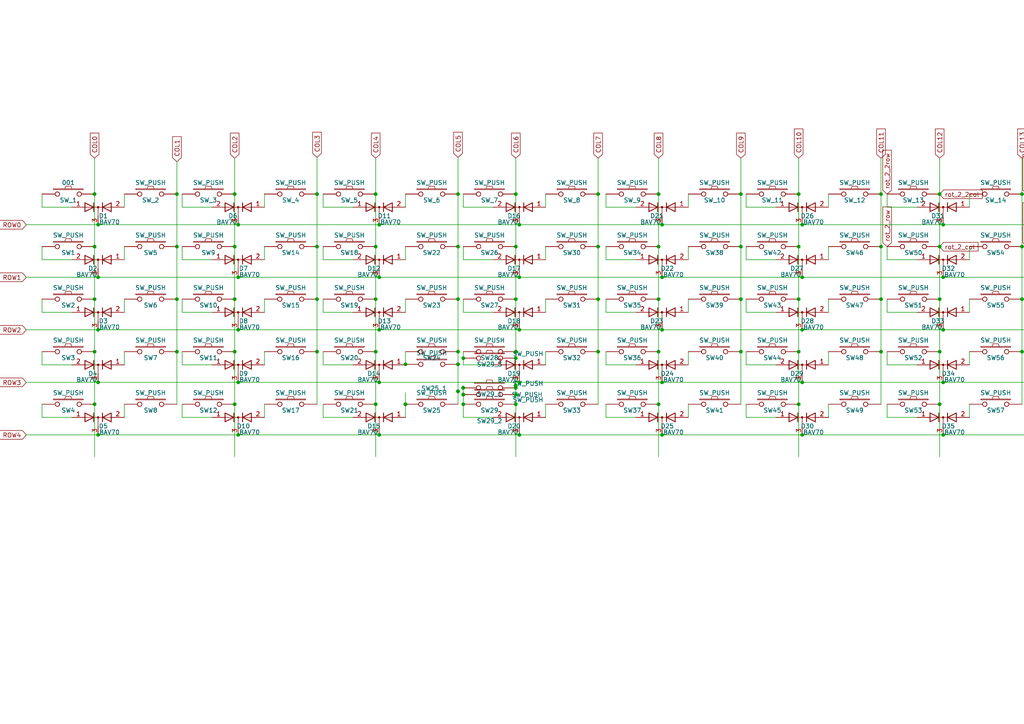
<source format=kicad_sch>
(kicad_sch (version 20211123) (generator eeschema)
  (paper "A4")
  (junction (at 232.664 126.1364))
  (junction (at 192.024 65.1764))
  (junction (at 109.982 126.1364))
  (junction (at 232.664 110.8964))
  (junction (at 109.982 80.4164))
  (junction (at 117.602 105.664))
  (junction (at 28.448 80.4164))
  (junction (at 28.448 126.1364))
  (junction (at 149.606 71.5264))
  (junction (at 191.008 86.7664))
  (junction (at 91.948 71.5264))
  (junction (at 108.966 56.2864))
  (junction (at 134.3914 114.4524))
  (junction (at 255.524 71.5264))
  (junction (at 27.432 86.7664))
  (junction (at 109.982 95.6564))
  (junction (at 192.024 110.8964))
  (junction (at 28.448 110.8964))
  (junction (at 273.558 65.1764))
  (junction (at 108.966 117.2464))
  (junction (at 149.606 114.4524))
  (junction (at 191.008 56.2864))
  (junction (at 272.542 117.2464))
  (junction (at 69.088 110.8964))
  (junction (at 173.482 71.5264))
  (junction (at 28.448 65.1764))
  (junction (at 27.432 56.2864))
  (junction (at 214.884 102.0064))
  (junction (at 108.966 102.0064))
  (junction (at 108.966 86.7664))
  (junction (at 173.482 102.0064))
  (junction (at 69.088 80.4164))
  (junction (at 296.418 56.2864))
  (junction (at 68.072 86.7664))
  (junction (at 231.648 117.2464))
  (junction (at 149.606 111.8108))
  (junction (at 134.366 114.4524))
  (junction (at 51.308 86.7664))
  (junction (at 27.432 71.5264))
  (junction (at 134.3152 112.4966))
  (junction (at 214.884 56.2864))
  (junction (at 255.524 102.0064))
  (junction (at 149.606 102.0064))
  (junction (at 313.182 56.2864))
  (junction (at 150.622 80.4164))
  (junction (at 149.5552 111.8108))
  (junction (at 132.842 86.7664))
  (junction (at 132.842 102.0064))
  (junction (at 173.482 86.7664))
  (junction (at 150.622 95.6564))
  (junction (at 296.418 102.0064))
  (junction (at 273.558 95.6564))
  (junction (at 231.648 71.5264))
  (junction (at 91.948 102.0064))
  (junction (at 108.966 71.5264))
  (junction (at 273.558 126.1364))
  (junction (at 134.3406 114.4524))
  (junction (at 231.648 56.2864))
  (junction (at 191.008 102.0064))
  (junction (at 68.072 71.5264))
  (junction (at 273.558 110.8964))
  (junction (at 132.842 71.5264))
  (junction (at 149.606 117.2464))
  (junction (at 255.524 56.2864))
  (junction (at 132.842 56.2864))
  (junction (at 191.008 117.2464))
  (junction (at 134.366 117.2464))
  (junction (at 214.884 71.5264))
  (junction (at 69.088 65.1764))
  (junction (at 132.842 105.664))
  (junction (at 149.606 56.2864))
  (junction (at 231.648 86.7664))
  (junction (at 273.558 80.4164))
  (junction (at 51.308 71.5264))
  (junction (at 231.648 102.0064))
  (junction (at 149.5806 112.4966))
  (junction (at 69.088 126.1364))
  (junction (at 150.622 110.8964))
  (junction (at 149.606 86.7664))
  (junction (at 149.606 112.4966))
  (junction (at 68.072 56.2864))
  (junction (at 132.8166 113.4872))
  (junction (at 69.088 95.6564))
  (junction (at 51.308 102.0064))
  (junction (at 91.948 56.2864))
  (junction (at 117.5766 117.2464))
  (junction (at 149.606 103.886))
  (junction (at 68.072 117.2464))
  (junction (at 109.982 110.8964))
  (junction (at 91.948 86.7664))
  (junction (at 51.308 56.2864))
  (junction (at 150.622 65.1764))
  (junction (at 214.884 86.7664))
  (junction (at 313.182 71.5264))
  (junction (at 134.3406 112.4966))
  (junction (at 272.542 86.7664))
  (junction (at 272.542 56.2864))
  (junction (at 173.482 56.2864))
  (junction (at 192.024 80.4164))
  (junction (at 109.982 65.1764))
  (junction (at 192.024 95.6564))
  (junction (at 191.008 71.5264))
  (junction (at 134.366 103.886))
  (junction (at 68.072 102.0064))
  (junction (at 27.432 117.2464))
  (junction (at 27.432 102.0064))
  (junction (at 232.664 65.1764))
  (junction (at 117.602 117.2464))
  (junction (at 272.542 102.0064))
  (junction (at 150.622 126.1364))
  (junction (at 272.542 71.5264))
  (junction (at 232.664 95.6564))
  (junction (at 296.418 86.7664))
  (junction (at 132.842 113.4872))
  (junction (at 255.524 86.7664))
  (junction (at 313.182 86.7664))
  (junction (at 313.182 102.0064))
  (junction (at 192.024 126.1364))
  (junction (at 232.664 80.4164))
  (junction (at 28.448 95.6564))
  (junction (at 296.418 71.5264))
  (junction (at 313.182 117.2464))
  (wire (pts (xy 297.942 102.0064) (xy 297.942 105.8164)))
  (wire (pts (xy 117.5766 113.9444) (xy 117.5766 117.2464)))
  (wire (pts (xy 297.942 56.2864) (xy 297.942 60.0964)))
  (wire (pts (xy 93.726 102.0064) (xy 93.726 105.8164)))
  (wire (pts (xy 93.726 71.5264) (xy 93.726 75.3364)))
  (wire (pts (xy 216.408 75.3364) (xy 225.044 75.3364)))
  (wire (pts (xy 149.5552 111.8108) (xy 149.606 111.8108)))
  (wire (pts (xy 149.5806 112.4966) (xy 149.606 112.4966)))
  (wire (pts (xy 117.602 71.5264) (xy 117.602 75.3364)))
  (wire (pts (xy 216.408 90.5764) (xy 225.044 90.5764)))
  (wire (pts (xy 273.558 126.1364) (xy 314.198 126.1364)))
  (wire (pts (xy 216.408 56.2864) (xy 216.408 60.0964)))
  (wire (pts (xy 150.622 110.8964) (xy 192.024 110.8964)))
  (wire (pts (xy 68.072 45.8724) (xy 68.072 56.2864)))
  (wire (pts (xy 175.768 105.8164) (xy 184.404 105.8164)))
  (wire (pts (xy 27.432 117.2464) (xy 27.432 132.4864)))
  (wire (pts (xy 52.832 86.7664) (xy 52.832 90.5764)))
  (wire (pts (xy 199.644 86.7664) (xy 199.644 90.5764)))
  (wire (pts (xy 191.008 102.0064) (xy 191.008 117.2464)))
  (wire (pts (xy 231.648 56.2864) (xy 231.648 71.5264)))
  (wire (pts (xy 255.524 56.2864) (xy 255.524 71.5264)))
  (wire (pts (xy 117.5766 117.2464) (xy 117.602 117.2464)))
  (wire (pts (xy 28.448 110.8964) (xy 69.088 110.8964)))
  (wire (pts (xy 150.622 126.1364) (xy 192.024 126.1364)))
  (wire (pts (xy 28.448 126.1364) (xy 69.088 126.1364)))
  (wire (pts (xy 132.842 102.0064) (xy 132.842 105.664)))
  (wire (pts (xy 296.418 102.0064) (xy 296.418 117.2464)))
  (wire (pts (xy 216.408 105.8164) (xy 225.044 105.8164)))
  (wire (pts (xy 52.832 102.0064) (xy 52.832 105.8164)))
  (wire (pts (xy 52.832 56.2864) (xy 52.832 60.0964)))
  (wire (pts (xy 281.178 86.7664) (xy 281.178 90.5764)))
  (wire (pts (xy 134.366 102.0064) (xy 134.366 103.886)))
  (wire (pts (xy 214.884 71.5264) (xy 214.884 86.7664)))
  (wire (pts (xy 158.242 71.5264) (xy 158.242 75.3364)))
  (wire (pts (xy 69.088 110.8964) (xy 109.982 110.8964)))
  (wire (pts (xy 257.302 102.0064) (xy 257.302 105.8164)))
  (wire (pts (xy 232.664 65.1764) (xy 273.558 65.1764)))
  (wire (pts (xy 27.432 45.8724) (xy 27.432 56.2864)))
  (wire (pts (xy 27.432 56.2864) (xy 27.432 71.5264)))
  (wire (pts (xy 199.644 102.0064) (xy 199.644 105.8164)))
  (wire (pts (xy 313.182 71.5264) (xy 313.182 86.7664)))
  (wire (pts (xy 134.366 105.8164) (xy 143.002 105.8164)))
  (wire (pts (xy 108.966 45.8724) (xy 108.966 56.2864)))
  (wire (pts (xy 51.308 56.2864) (xy 51.308 71.5264)))
  (wire (pts (xy 93.726 90.5764) (xy 102.362 90.5764)))
  (wire (pts (xy 257.302 86.7664) (xy 257.302 90.5764)))
  (wire (pts (xy 52.832 71.5264) (xy 52.832 75.3364)))
  (wire (pts (xy 149.606 56.2864) (xy 149.606 71.5264)))
  (wire (pts (xy 214.884 86.7664) (xy 214.884 102.0064)))
  (wire (pts (xy 191.008 45.8724) (xy 191.008 56.2864)))
  (wire (pts (xy 216.408 71.5264) (xy 216.408 75.3364)))
  (wire (pts (xy 76.708 117.2464) (xy 76.708 121.0564)))
  (wire (pts (xy 51.308 71.5264) (xy 51.308 86.7664)))
  (wire (pts (xy 108.966 56.2864) (xy 108.966 71.5264)))
  (wire (pts (xy 132.842 45.6184) (xy 132.842 56.2864)))
  (wire (pts (xy 132.842 86.7664) (xy 132.842 102.0064)))
  (wire (pts (xy 192.024 110.8964) (xy 232.664 110.8964)))
  (wire (pts (xy 255.524 71.5264) (xy 255.524 86.7664)))
  (wire (pts (xy 28.448 95.6564) (xy 69.088 95.6564)))
  (wire (pts (xy 199.644 117.2464) (xy 199.644 121.0564)))
  (wire (pts (xy 134.366 114.4524) (xy 134.366 117.2464)))
  (wire (pts (xy 199.644 71.5264) (xy 199.644 75.3364)))
  (wire (pts (xy 175.768 71.5264) (xy 175.768 75.3364)))
  (wire (pts (xy 36.068 56.2864) (xy 36.068 60.0964)))
  (wire (pts (xy 273.558 95.6564) (xy 314.198 95.6564)))
  (wire (pts (xy 192.024 126.1364) (xy 232.664 126.1364)))
  (wire (pts (xy 175.768 90.5764) (xy 184.404 90.5764)))
  (wire (pts (xy 36.068 86.7664) (xy 36.068 90.5764)))
  (wire (pts (xy 91.948 102.0064) (xy 91.948 117.2464)))
  (wire (pts (xy 108.966 117.2464) (xy 108.966 132.4864)))
  (wire (pts (xy 257.302 117.2464) (xy 257.302 121.0564)))
  (wire (pts (xy 313.182 117.2464) (xy 313.182 132.4864)))
  (wire (pts (xy 191.008 71.5264) (xy 191.008 86.7664)))
  (wire (pts (xy 117.602 56.2864) (xy 117.602 60.0964)))
  (wire (pts (xy 27.432 71.5264) (xy 27.432 86.7664)))
  (wire (pts (xy 273.558 110.8964) (xy 314.198 110.8964)))
  (wire (pts (xy 297.942 105.8164) (xy 306.578 105.8164)))
  (wire (pts (xy 257.302 90.5764) (xy 265.938 90.5764)))
  (wire (pts (xy 91.948 86.7664) (xy 91.948 102.0064)))
  (wire (pts (xy 149.606 86.7664) (xy 149.606 102.0064)))
  (wire (pts (xy 132.842 113.4872) (xy 132.842 117.2464)))
  (wire (pts (xy 297.942 86.7664) (xy 297.942 90.5764)))
  (wire (pts (xy 132.8166 113.4872) (xy 132.842 113.4872)))
  (wire (pts (xy 68.072 117.2464) (xy 68.072 132.4864)))
  (wire (pts (xy 175.768 75.3364) (xy 184.404 75.3364)))
  (wire (pts (xy 134.3406 114.4524) (xy 134.366 114.4524)))
  (wire (pts (xy 149.606 71.5264) (xy 149.606 86.7664)))
  (wire (pts (xy 149.606 117.2464) (xy 149.606 132.4864)))
  (wire (pts (xy 69.088 126.1364) (xy 109.982 126.1364)))
  (wire (pts (xy 132.842 105.664) (xy 132.842 113.4872)))
  (wire (pts (xy 281.178 56.2864) (xy 281.178 60.0964)))
  (wire (pts (xy 216.408 121.0564) (xy 225.044 121.0564)))
  (wire (pts (xy 281.178 117.2464) (xy 281.178 121.0564)))
  (wire (pts (xy 132.842 71.5264) (xy 132.842 86.7664)))
  (wire (pts (xy 173.482 71.5264) (xy 173.482 86.7664)))
  (wire (pts (xy 272.542 56.2864) (xy 272.542 71.5264)))
  (wire (pts (xy 231.648 86.7664) (xy 231.648 102.0064)))
  (wire (pts (xy 175.768 121.0564) (xy 184.404 121.0564)))
  (wire (pts (xy 313.182 56.2864) (xy 313.182 71.5264)))
  (wire (pts (xy 232.664 110.8964) (xy 273.558 110.8964)))
  (wire (pts (xy 175.768 102.0064) (xy 175.768 105.8164)))
  (wire (pts (xy 231.648 117.2464) (xy 231.648 132.4864)))
  (wire (pts (xy 108.966 86.7664) (xy 108.966 102.0064)))
  (wire (pts (xy 272.542 86.7664) (xy 272.542 102.0064)))
  (wire (pts (xy 150.622 65.1764) (xy 192.024 65.1764)))
  (wire (pts (xy 313.182 45.8724) (xy 313.182 56.2864)))
  (wire (pts (xy 93.726 56.2864) (xy 93.726 60.0964)))
  (wire (pts (xy 240.284 117.2464) (xy 240.284 121.0564)))
  (wire (pts (xy 216.408 60.0964) (xy 225.044 60.0964)))
  (wire (pts (xy 297.942 121.0564) (xy 306.578 121.0564)))
  (wire (pts (xy 76.708 86.7664) (xy 76.708 90.5764)))
  (wire (pts (xy 12.192 86.7664) (xy 12.192 90.5764)))
  (wire (pts (xy 68.072 102.0064) (xy 68.072 117.2464)))
  (wire (pts (xy 232.664 80.4164) (xy 273.558 80.4164)))
  (wire (pts (xy 108.966 102.0064) (xy 108.966 117.2464)))
  (wire (pts (xy 134.3152 112.4966) (xy 134.3406 112.4966)))
  (wire (pts (xy 109.982 95.6564) (xy 150.622 95.6564)))
  (wire (pts (xy 68.072 56.2864) (xy 68.072 71.5264)))
  (wire (pts (xy 52.832 121.0564) (xy 61.468 121.0564)))
  (wire (pts (xy 191.008 117.2464) (xy 191.008 132.4864)))
  (wire (pts (xy 52.832 105.8164) (xy 61.468 105.8164)))
  (wire (pts (xy 192.024 95.6564) (xy 232.664 95.6564)))
  (wire (pts (xy 257.302 105.8164) (xy 265.938 105.8164)))
  (wire (pts (xy 69.088 80.4164) (xy 109.982 80.4164)))
  (wire (pts (xy 134.3406 112.4966) (xy 134.3406 114.4524)))
  (wire (pts (xy 150.622 80.4164) (xy 192.024 80.4164)))
  (wire (pts (xy 175.768 56.2864) (xy 175.768 60.0964)))
  (wire (pts (xy 7.62 65.1764) (xy 28.448 65.1764)))
  (wire (pts (xy 313.182 102.0064) (xy 313.182 117.2464)))
  (wire (pts (xy 296.418 56.2864) (xy 296.418 71.5264)))
  (wire (pts (xy 216.408 86.7664) (xy 216.408 90.5764)))
  (wire (pts (xy 232.664 95.6564) (xy 273.558 95.6564)))
  (wire (pts (xy 93.726 75.3364) (xy 102.362 75.3364)))
  (wire (pts (xy 52.832 75.3364) (xy 61.468 75.3364)))
  (wire (pts (xy 214.884 56.2864) (xy 214.884 45.8724)))
  (wire (pts (xy 134.366 75.3364) (xy 143.002 75.3364)))
  (wire (pts (xy 51.308 102.0064) (xy 51.308 117.2464)))
  (wire (pts (xy 134.3152 111.8108) (xy 134.3152 112.4966)))
  (wire (pts (xy 214.884 56.2864) (xy 214.884 71.5264)))
  (wire (pts (xy 93.726 86.7664) (xy 93.726 90.5764)))
  (wire (pts (xy 192.024 65.1764) (xy 232.664 65.1764)))
  (wire (pts (xy 7.62 80.4164) (xy 28.448 80.4164)))
  (wire (pts (xy 134.366 56.2864) (xy 134.366 60.0964)))
  (wire (pts (xy 149.606 103.886) (xy 149.606 111.8108)))
  (wire (pts (xy 257.302 71.5264) (xy 257.302 75.3364)))
  (wire (pts (xy 216.408 102.0064) (xy 216.408 105.8164)))
  (wire (pts (xy 158.242 86.7664) (xy 158.242 90.5764)))
  (wire (pts (xy 7.62 110.8964) (xy 28.448 110.8964)))
  (wire (pts (xy 134.366 86.7664) (xy 134.366 90.5764)))
  (wire (pts (xy 117.602 102.0064) (xy 117.602 105.664)))
  (wire (pts (xy 93.726 60.0964) (xy 102.362 60.0964)))
  (wire (pts (xy 158.242 56.2864) (xy 158.242 60.0964)))
  (wire (pts (xy 173.482 56.2864) (xy 173.482 71.5264)))
  (wire (pts (xy 109.982 65.1764) (xy 150.622 65.1764)))
  (wire (pts (xy 12.192 121.0564) (xy 20.828 121.0564)))
  (wire (pts (xy 257.302 75.3364) (xy 265.938 75.3364)))
  (wire (pts (xy 240.284 56.2864) (xy 240.284 60.0964)))
  (wire (pts (xy 173.482 102.0064) (xy 173.482 117.2464)))
  (wire (pts (xy 93.726 117.2464) (xy 93.726 121.0564)))
  (wire (pts (xy 91.948 71.5264) (xy 91.948 86.7664)))
  (wire (pts (xy 199.644 56.2864) (xy 199.644 60.0964)))
  (wire (pts (xy 36.068 102.0064) (xy 36.068 105.8164)))
  (wire (pts (xy 281.178 102.0064) (xy 281.178 105.8164)))
  (wire (pts (xy 240.284 102.0064) (xy 240.284 105.8164)))
  (wire (pts (xy 134.366 71.5264) (xy 134.366 75.3364)))
  (wire (pts (xy 149.606 111.8108) (xy 149.606 112.4966)))
  (wire (pts (xy 149.606 114.4524) (xy 149.606 117.2464)))
  (wire (pts (xy 134.366 121.0564) (xy 143.002 121.0564)))
  (wire (pts (xy 134.366 117.2464) (xy 134.366 121.0564)))
  (wire (pts (xy 297.942 90.5764) (xy 306.578 90.5764)))
  (wire (pts (xy 173.482 45.8724) (xy 173.482 56.2864)))
  (wire (pts (xy 91.948 45.6184) (xy 91.948 56.2864)))
  (wire (pts (xy 175.768 60.0964) (xy 184.404 60.0964)))
  (wire (pts (xy 91.948 56.2864) (xy 91.948 71.5264)))
  (wire (pts (xy 272.542 45.8724) (xy 272.542 56.2864)))
  (wire (pts (xy 232.664 126.1364) (xy 273.558 126.1364)))
  (wire (pts (xy 27.432 86.7664) (xy 27.432 102.0064)))
  (wire (pts (xy 175.768 117.2464) (xy 175.768 121.0564)))
  (wire (pts (xy 108.966 71.5264) (xy 108.966 86.7664)))
  (wire (pts (xy 255.524 86.7664) (xy 255.524 102.0064)))
  (wire (pts (xy 12.192 75.3364) (xy 20.828 75.3364)))
  (wire (pts (xy 297.942 117.2464) (xy 297.942 121.0564)))
  (wire (pts (xy 109.982 80.4164) (xy 150.622 80.4164)))
  (wire (pts (xy 313.182 86.7664) (xy 313.182 102.0064)))
  (wire (pts (xy 297.942 71.5264) (xy 297.942 75.3364)))
  (wire (pts (xy 150.622 95.6564) (xy 192.024 95.6564)))
  (wire (pts (xy 134.366 114.4524) (xy 134.3914 114.4524)))
  (wire (pts (xy 12.192 117.2464) (xy 12.192 121.0564)))
  (wire (pts (xy 175.768 86.7664) (xy 175.768 90.5764)))
  (wire (pts (xy 296.418 86.7664) (xy 296.418 102.0064)))
  (wire (pts (xy 76.708 56.2864) (xy 76.708 60.0964)))
  (wire (pts (xy 272.542 117.2464) (xy 272.542 132.4864)))
  (wire (pts (xy 296.418 71.5264) (xy 296.418 86.7664)))
  (wire (pts (xy 52.832 90.5764) (xy 61.468 90.5764)))
  (wire (pts (xy 255.524 56.2864) (xy 255.524 45.8724)))
  (wire (pts (xy 216.408 117.2464) (xy 216.408 121.0564)))
  (wire (pts (xy 76.708 102.0064) (xy 76.708 105.8164)))
  (wire (pts (xy 273.558 65.1764) (xy 314.198 65.1764)))
  (wire (pts (xy 191.008 86.7664) (xy 191.008 102.0064)))
  (wire (pts (xy 69.088 65.1764) (xy 109.982 65.1764)))
  (wire (pts (xy 12.192 102.0064) (xy 12.192 105.8164)))
  (wire (pts (xy 36.068 71.5264) (xy 36.068 75.3364)))
  (wire (pts (xy 240.284 86.7664) (xy 240.284 90.5764)))
  (wire (pts (xy 52.832 117.2464) (xy 52.832 121.0564)))
  (wire (pts (xy 257.302 121.0564) (xy 265.938 121.0564)))
  (wire (pts (xy 214.884 102.0064) (xy 214.884 117.2464)))
  (wire (pts (xy 240.284 71.5264) (xy 240.284 75.3364)))
  (wire (pts (xy 51.308 86.7664) (xy 51.308 102.0064)))
  (wire (pts (xy 231.648 102.0064) (xy 231.648 117.2464)))
  (wire (pts (xy 68.072 71.5264) (xy 68.072 86.7664)))
  (wire (pts (xy 191.008 56.2864) (xy 191.008 71.5264)))
  (wire (pts (xy 273.558 80.4164) (xy 314.198 80.4164)))
  (wire (pts (xy 134.366 103.886) (xy 134.366 105.8164)))
  (wire (pts (xy 12.192 71.5264) (xy 12.192 75.3364)))
  (wire (pts (xy 134.366 60.0964) (xy 143.002 60.0964)))
  (wire (pts (xy 109.982 126.1364) (xy 150.622 126.1364)))
  (wire (pts (xy 257.302 56.2864) (xy 257.302 60.0964)))
  (wire (pts (xy 272.542 102.0064) (xy 272.542 117.2464)))
  (wire (pts (xy 12.192 90.5764) (xy 20.828 90.5764)))
  (wire (pts (xy 117.602 105.664) (xy 117.602 105.8164)))
  (wire (pts (xy 68.072 86.7664) (xy 68.072 102.0064)))
  (wire (pts (xy 132.842 56.2864) (xy 132.842 71.5264)))
  (wire (pts (xy 149.606 112.4966) (xy 149.606 114.4524)))
  (wire (pts (xy 231.648 45.8724) (xy 231.648 56.2864)))
  (wire (pts (xy 281.178 71.5264) (xy 281.178 75.3364)))
  (wire (pts (xy 12.192 105.8164) (xy 20.828 105.8164)))
  (wire (pts (xy 27.432 102.0064) (xy 27.432 117.2464)))
  (wire (pts (xy 149.606 45.8724) (xy 149.606 56.2864)))
  (wire (pts (xy 76.708 71.5264) (xy 76.708 75.3364)))
  (wire (pts (xy 12.192 56.2864) (xy 12.192 60.0964)))
  (wire (pts (xy 7.62 95.6564) (xy 28.448 95.6564)))
  (wire (pts (xy 257.302 60.0964) (xy 265.938 60.0964)))
  (wire (pts (xy 231.648 71.5264) (xy 231.648 86.7664)))
  (wire (pts (xy 93.726 105.8164) (xy 102.362 105.8164)))
  (wire (pts (xy 272.542 71.5264) (xy 272.542 86.7664)))
  (wire (pts (xy 255.524 102.0064) (xy 255.524 117.2464)))
  (wire (pts (xy 36.068 117.2464) (xy 36.068 121.0564)))
  (wire (pts (xy 192.024 80.4164) (xy 232.664 80.4164)))
  (wire (pts (xy 149.606 102.0064) (xy 149.606 103.886)))
  (wire (pts (xy 7.62 126.1364) (xy 28.448 126.1364)))
  (wire (pts (xy 134.366 90.5764) (xy 143.002 90.5764)))
  (wire (pts (xy 28.448 80.4164) (xy 69.088 80.4164)))
  (wire (pts (xy 28.448 65.1764) (xy 69.088 65.1764)))
  (wire (pts (xy 51.308 46.8884) (xy 51.308 56.2864)))
  (wire (pts (xy 297.942 60.0964) (xy 306.578 60.0964)))
  (wire (pts (xy 297.942 75.3364) (xy 306.578 75.3364)))
  (wire (pts (xy 117.602 117.2464) (xy 117.602 121.0564)))
  (wire (pts (xy 52.832 60.0964) (xy 61.468 60.0964)))
  (wire (pts (xy 173.482 86.7664) (xy 173.482 102.0064)))
  (wire (pts (xy 158.242 117.2464) (xy 158.242 121.0564)))
  (wire (pts (xy 132.8166 113.9444) (xy 132.8166 113.4872)))
  (wire (pts (xy 109.982 110.8964) (xy 150.622 110.8964)))
  (wire (pts (xy 158.242 102.0064) (xy 158.242 105.8164)))
  (wire (pts (xy 69.088 95.6564) (xy 109.982 95.6564)))
  (wire (pts (xy 117.602 86.7664) (xy 117.602 90.5764)))
  (wire (pts (xy 296.418 56.2864) (xy 296.418 45.8724)))
  (wire (pts (xy 12.192 60.0964) (xy 20.828 60.0964)))
  (wire (pts (xy 93.726 121.0564) (xy 102.362 121.0564)))
  (global_label "rot_2_2col" (shape input) (at 272.542 56.3408 0) (property "Intersheet References" "${INTERSHEET_REFS}" (effects hide)))
  (global_label "rot_2_col" (shape input) (at 353.2632 75.819 0) (property "Intersheet References" "${INTERSHEET_REFS}" (effects hide)))
  (global_label "COL7" (shape input) (at 173.482 45.8724 90) (property "Intersheet References" "${INTERSHEET_REFS}" (effects hide)))
  (global_label "COL2" (shape input) (at 68.072 45.8724 90) (property "Intersheet References" "${INTERSHEET_REFS}" (effects hide)))
  (global_label "rot_2_r" (shape input) (at 337.82 89.154 180) (property "Intersheet References" "${INTERSHEET_REFS}" (effects hide)))
  (global_label "rot_2_l" (shape input) (at 338.0232 70.739 180) (property "Intersheet References" "${INTERSHEET_REFS}" (effects hide)))
  (global_label "rot_1_l" (shape input) (at 337.7184 57.5056 180) (property "Intersheet References" "${INTERSHEET_REFS}" (effects hide)))
  (global_label "COL12" (shape input) (at 272.542 45.8724 90) (property "Intersheet References" "${INTERSHEET_REFS}" (effects hide)))
  (global_label "rot_2_r" (shape input) (at 338.0232 75.819 180) (property "Intersheet References" "${INTERSHEET_REFS}" (effects hide)))
  (global_label "rot_2_2row" (shape input) (at 353.06 84.074 0) (property "Intersheet References" "${INTERSHEET_REFS}" (effects hide)))
  (global_label "rot_2_row" (shape input) (at 257.302 71.5264 90) (property "Intersheet References" "${INTERSHEET_REFS}" (effects hide)))
  (global_label "rot_1_col" (shape input) (at 352.9584 62.5856 0) (property "Intersheet References" "${INTERSHEET_REFS}" (effects hide)))
  (global_label "ROW1" (shape input) (at 7.62 80.4164 180) (property "Intersheet References" "${INTERSHEET_REFS}" (effects hide)))
  (global_label "COL4" (shape input) (at 108.966 45.8724 90) (property "Intersheet References" "${INTERSHEET_REFS}" (effects hide)))
  (global_label "rot_2_l" (shape input) (at 337.82 84.074 180) (property "Intersheet References" "${INTERSHEET_REFS}" (effects hide)))
  (global_label "COL11" (shape input) (at 255.524 45.8724 90) (property "Intersheet References" "${INTERSHEET_REFS}" (effects hide)))
  (global_label "rot_2_2row" (shape input) (at 257.302 56.2864 90) (property "Intersheet References" "${INTERSHEET_REFS}" (effects hide)))
  (global_label "COL3" (shape input) (at 91.948 45.6184 90) (property "Intersheet References" "${INTERSHEET_REFS}" (effects hide)))
  (global_label "ROW0" (shape input) (at 7.62 65.1764 180) (property "Intersheet References" "${INTERSHEET_REFS}" (effects hide)))
  (global_label "rot_1_1col" (shape input) (at 352.806 48.006 0) (property "Intersheet References" "${INTERSHEET_REFS}" (effects hide)))
  (global_label "rot_2_col" (shape input) (at 272.542 71.5625 0) (property "Intersheet References" "${INTERSHEET_REFS}" (effects hide)))
  (global_label "rot_1_l" (shape input) (at 337.566 42.926 180) (property "Intersheet References" "${INTERSHEET_REFS}" (effects hide)))
  (global_label "rot_1_1row" (shape input) (at 297.942 71.5264 90) (property "Intersheet References" "${INTERSHEET_REFS}" (effects hide)))
  (global_label "rot_1_1col" (shape input) (at 313.182 71.5948 0) (property "Intersheet References" "${INTERSHEET_REFS}" (effects hide)))
  (global_label "COL0" (shape input) (at 27.432 45.8724 90) (property "Intersheet References" "${INTERSHEET_REFS}" (effects hide)))
  (global_label "COL9" (shape input) (at 214.884 45.8724 90) (property "Intersheet References" "${INTERSHEET_REFS}" (effects hide)))
  (global_label "COL6" (shape input) (at 149.606 45.8724 90) (property "Intersheet References" "${INTERSHEET_REFS}" (effects hide)))
  (global_label "rot_1_1row" (shape input) (at 352.806 42.926 0) (property "Intersheet References" "${INTERSHEET_REFS}" (effects hide)))
  (global_label "rot_1_row" (shape input) (at 352.9584 57.5056 0) (property "Intersheet References" "${INTERSHEET_REFS}" (effects hide)))
  (global_label "rot_2_2col" (shape input) (at 353.06 89.154 0) (property "Intersheet References" "${INTERSHEET_REFS}" (effects hide)))
  (global_label "rot_2_row" (shape input) (at 353.2632 70.739 0) (property "Intersheet References" "${INTERSHEET_REFS}" (effects hide)))
  (global_label "COL14" (shape input) (at 313.182 45.8724 90) (property "Intersheet References" "${INTERSHEET_REFS}" (effects hide)))
  (global_label "COL13" (shape input) (at 296.418 45.8724 90) (property "Intersheet References" "${INTERSHEET_REFS}" (effects hide)))
  (global_label "ROW4" (shape input) (at 7.62 126.1364 180) (property "Intersheet References" "${INTERSHEET_REFS}" (effects hide)))
  (global_label "COL1" (shape input) (at 51.308 46.8884 90) (property "Intersheet References" "${INTERSHEET_REFS}" (effects hide)))
  (global_label "COL5" (shape input) (at 132.842 45.6184 90) (property "Intersheet References" "${INTERSHEET_REFS}" (effects hide)))
  (global_label "rot_1_row" (shape input) (at 297.942 56.2864 90) (property "Intersheet References" "${INTERSHEET_REFS}" (effects hide)))
  (global_label "COL8" (shape input) (at 191.008 45.8724 90) (property "Intersheet References" "${INTERSHEET_REFS}" (effects hide)))
  (global_label "COL10" (shape input) (at 231.648 45.8724 90) (property "Intersheet References" "${INTERSHEET_REFS}" (effects hide)))
  (global_label "ROW3" (shape input) (at 7.62 110.8964 180) (property "Intersheet References" "${INTERSHEET_REFS}" (effects hide)))
  (global_label "rot_1_r" (shape input) (at 337.7184 62.5856 180) (property "Intersheet References" "${INTERSHEET_REFS}" (effects hide)))
  (global_label "rot_1_col" (shape input) (at 313.182 56.3416 0) (property "Intersheet References" "${INTERSHEET_REFS}" (effects hide)))
  (global_label "ROW2" (shape input) (at 7.62 95.6564 180) (property "Intersheet References" "${INTERSHEET_REFS}" (effects hide)))
  (global_label "rot_1_r" (shape input) (at 337.566 48.006 180) (property "Intersheet References" "${INTERSHEET_REFS}" (effects hide)))
  (symbol (lib_id "cipulot_parts:SW_PUSH") (at 207.264 86.7664 0) (unit 1)
    (property "Reference" "SW39" (at 207.264 88.5444 0))
    (property "Value" "SW_PUSH" (at 207.264 83.4644 0))
    (property "Footprint" "marbastlib-mx:SW_MX_1u" (effects hide))
  )
  (symbol (lib_id "Diode:BAV70") (at 232.664 90.5764 0) (unit 1)
    (property "Reference" "D28" (at 234.188 93.1164 0))
    (property "Value" "BAV70" (at 235.966 94.8944 0))
    (property "Footprint" "Package_TO_SOT_SMD:SOT-23" (effects hide))
    (property "Datasheet" "https://assets.nexperia.com/documents/data-sheet/BAV70_SER.pdf" (effects hide))
    (property "LCSC" "C68978" (effects hide))
  )
  (symbol (lib_id "cipulot_parts:SW_PUSH") (at 247.904 102.0064 0) (unit 1)
    (property "Reference" "SW48" (at 247.904 103.7844 0))
    (property "Value" "SW_PUSH" (at 247.904 98.7044 0))
    (property "Footprint" "marbastlib-mx:SW_MX_1u" (effects hide))
  )
  (symbol (lib_id "cipulot_parts:SW_PUSH") (at 264.922 56.2864 0) (unit 1)
    (property "Reference" "SW_13" (at 264.922 58.0644 0))
    (property "Value" "SW_PUSH" (at 264.922 52.9844 0))
    (property "Footprint" "marbastlib-mx:SW_MX_1u" (effects hide))
  )
  (symbol (lib_id "cipulot_parts:SW_PUSH") (at 305.562 71.5264 0) (unit 1)
    (property "Reference" "SW58" (at 305.562 73.3044 0))
    (property "Value" "SW_PUSH" (at 305.562 68.2244 0))
    (property "Footprint" "marbastlib-mx:SW_MX_1u" (effects hide))
  )
  (symbol (lib_id "power:GND") (at 337.82 86.614 270) (unit 1)
    (property "Reference" "#PWR0111" (effects hide))
    (property "Value" "GND" (at 332.2828 86.487 90))
  )
  (symbol (lib_id "cipulot_parts:SW_PUSH") (at 165.862 56.2864 0) (unit 1)
    (property "Reference" "SW_8" (at 165.862 58.0644 0))
    (property "Value" "SW_PUSH" (at 165.862 52.9844 0))
    (property "Footprint" "marbastlib-mx:SW_MX_1u" (effects hide))
  )
  (symbol (lib_id "cipulot_parts:SW_PUSH") (at 125.222 71.5264 0) (unit 1)
    (property "Reference" "SW22" (at 125.222 73.3044 0))
    (property "Value" "SW_PUSH" (at 125.222 68.2244 0))
    (property "Footprint" "marbastlib-mx:SW_MX_1u" (effects hide))
  )
  (symbol (lib_id "cipulot_parts:SW_PUSH") (at 43.688 71.5264 0) (unit 1)
    (property "Reference" "SW5" (at 43.688 73.3044 0))
    (property "Value" "SW_PUSH" (at 43.688 68.2244 0))
    (property "Footprint" "marbastlib-mx:SW_MX_1u" (effects hide))
  )
  (symbol (lib_id "cipulot_parts:SW_PUSH") (at 207.264 102.0064 0) (unit 1)
    (property "Reference" "SW40" (at 207.264 103.7844 0))
    (property "Value" "SW_PUSH" (at 207.264 98.7044 0))
    (property "Footprint" "marbastlib-mx:SW_MX_1u" (effects hide))
  )
  (symbol (lib_id "cipulot_parts:SW_PUSH") (at 141.986 114.4524 0) (unit 1)
    (property "Reference" "SW29_2" (at 141.986 122.0724 0))
    (property "Value" "SW_PUSH" (at 152.908 114.4524 0))
    (property "Footprint" "marbastlib-mx:SW_MX_1u" (effects hide))
  )
  (symbol (lib_id "power:GND") (at 337.7184 60.0456 270) (unit 1)
    (property "Reference" "#PWR0108" (effects hide))
    (property "Value" "GND" (at 332.486 59.944 90))
  )
  (symbol (lib_id "cipulot_parts:SW_PUSH") (at 19.812 117.2464 0) (unit 1)
    (property "Reference" "SW4" (at 19.812 119.0244 0))
    (property "Value" "SW_PUSH" (at 19.812 113.9444 0))
    (property "Footprint" "marbastlib-mx:SW_MX_1u" (effects hide))
  )
  (symbol (lib_id "Diode:BAV70") (at 192.024 105.8164 0) (unit 1)
    (property "Reference" "D24" (at 193.548 108.3564 0))
    (property "Value" "BAV70" (at 195.326 110.1344 0))
    (property "Footprint" "Package_TO_SOT_SMD:SOT-23" (effects hide))
    (property "Datasheet" "https://assets.nexperia.com/documents/data-sheet/BAV70_SER.pdf" (effects hide))
    (property "LCSC" "C68978" (effects hide))
  )
  (symbol (lib_id "cipulot_parts:SW_PUSH") (at 43.688 117.2464 0) (unit 1)
    (property "Reference" "SW8" (at 43.688 119.0244 0))
    (property "Value" "SW_PUSH" (at 43.688 113.9444 0))
    (property "Footprint" "marbastlib-mx:SW_MX_1u" (effects hide))
  )
  (symbol (lib_id "cipulot_parts:SW_PUSH") (at 247.904 71.5264 0) (unit 1)
    (property "Reference" "SW46" (at 247.904 73.3044 0))
    (property "Value" "SW_PUSH" (at 247.904 68.2244 0))
    (property "Footprint" "marbastlib-mx:SW_MX_1u" (effects hide))
  )
  (symbol (lib_id "Diode:BAV70") (at 273.558 90.5764 0) (mirror y) (unit 1)
    (property "Reference" "D33" (at 272.034 93.1164 0))
    (property "Value" "BAV70" (at 270.256 94.8944 0))
    (property "Footprint" "Package_TO_SOT_SMD:SOT-23" (effects hide))
    (property "Datasheet" "https://assets.nexperia.com/documents/data-sheet/BAV70_SER.pdf" (effects hide))
    (property "LCSC" "C68978" (effects hide))
  )
  (symbol (lib_id "Diode:BAV70") (at 28.448 60.0964 0) (unit 1)
    (property "Reference" "D1" (at 29.972 62.6364 0))
    (property "Value" "BAV70" (at 31.75 64.4144 0))
    (property "Footprint" "Package_TO_SOT_SMD:SOT-23" (effects hide))
    (property "Datasheet" "https://assets.nexperia.com/documents/data-sheet/BAV70_SER.pdf" (effects hide))
    (property "LCSC" "C68978" (effects hide))
  )
  (symbol (lib_id "Diode:BAV70") (at 273.558 121.0564 0) (unit 1)
    (property "Reference" "D35" (at 275.082 123.5964 0))
    (property "Value" "BAV70" (at 276.86 125.3744 0))
    (property "Footprint" "Package_TO_SOT_SMD:SOT-23" (effects hide))
    (property "Datasheet" "https://assets.nexperia.com/documents/data-sheet/BAV70_SER.pdf" (effects hide))
    (property "LCSC" "C68978" (effects hide))
  )
  (symbol (lib_id "cipulot_parts:SW_PUSH") (at 247.904 86.7664 0) (unit 1)
    (property "Reference" "SW47" (at 247.904 88.5444 0))
    (property "Value" "SW_PUSH" (at 247.904 83.4644 0))
    (property "Footprint" "marbastlib-mx:SW_MX_1u" (effects hide))
  )
  (symbol (lib_id "cipulot_parts:SW_PUSH") (at 125.222 117.2464 0) (unit 1)
    (property "Reference" "SW25" (at 125.222 119.0244 0))
    (property "Value" "SW_PUSH" (at 125.222 113.9444 0))
    (property "Footprint" "marbastlib-mx:SW_MX_1u" (effects hide))
  )
  (symbol (lib_id "cipulot_parts:SW_PUSH") (at 101.346 117.2464 0) (unit 1)
    (property "Reference" "SW21" (at 101.346 119.0244 0))
    (property "Value" "SW_PUSH" (at 101.346 113.9444 0))
    (property "Footprint" "marbastlib-mx:SW_MX_1u" (effects hide))
  )
  (symbol (lib_id "cipulot_parts:SW_PUSH") (at 165.862 117.2464 0) (unit 1)
    (property "Reference" "SW33" (at 165.862 119.0244 0))
    (property "Value" "SW_PUSH" (at 165.862 113.9444 0))
    (property "Footprint" "marbastlib-mx:SW_MX_1u" (effects hide))
  )
  (symbol (lib_id "Diode:BAV70") (at 109.982 105.8164 0) (mirror y) (unit 1)
    (property "Reference" "D14" (at 108.458 108.3564 0))
    (property "Value" "BAV70" (at 106.68 110.1344 0))
    (property "Footprint" "Package_TO_SOT_SMD:SOT-23" (effects hide))
    (property "Datasheet" "https://assets.nexperia.com/documents/data-sheet/BAV70_SER.pdf" (effects hide))
    (property "LCSC" "C68978" (effects hide))
  )
  (symbol (lib_id "cipulot_parts:SW_PUSH") (at 183.388 117.2464 0) (unit 1)
    (property "Reference" "SW37" (at 183.388 119.0244 0))
    (property "Value" "SW_PUSH" (at 183.388 113.9444 0))
    (property "Footprint" "marbastlib-mx:SW_MX_1u" (effects hide))
  )
  (symbol (lib_id "cipulot_parts:SW_PUSH") (at 141.986 102.0064 0) (unit 1)
    (property "Reference" "SW28" (at 141.986 103.7844 0))
    (property "Value" "SW_PUSH" (at 141.986 98.7044 0))
    (property "Footprint" "marbastlib-mx:SW_MX_1u" (effects hide))
  )
  (symbol (lib_id "cipulot_parts:SW_PUSH") (at 19.812 56.2864 0) (unit 1)
    (property "Reference" "SW_1" (at 19.812 58.0644 0))
    (property "Value" "001" (at 19.812 52.9844 0))
    (property "Footprint" "marbastlib-mx:SW_MX_1u" (effects hide))
  )
  (symbol (lib_id "cipulot_parts:SW_PUSH") (at 43.688 56.2864 0) (unit 1)
    (property "Reference" "SW_2" (at 43.688 58.0644 0))
    (property "Value" "SW_PUSH" (at 43.688 52.9844 0))
    (property "Footprint" "marbastlib-mx:SW_MX_1u" (effects hide))
  )
  (symbol (lib_id "cipulot_parts:SW_PUSH") (at 183.388 71.5264 0) (unit 1)
    (property "Reference" "SW34" (at 183.388 73.3044 0))
    (property "Value" "SW_PUSH" (at 183.388 68.2244 0))
    (property "Footprint" "marbastlib-mx:SW_MX_1u" (effects hide))
  )
  (symbol (lib_id "Diode:BAV70") (at 150.622 75.3364 0) (mirror y) (unit 1)
    (property "Reference" "D17" (at 149.098 77.8764 0))
    (property "Value" "BAV70" (at 147.32 79.6544 0))
    (property "Footprint" "Package_TO_SOT_SMD:SOT-23" (effects hide))
    (property "Datasheet" "https://assets.nexperia.com/documents/data-sheet/BAV70_SER.pdf" (effects hide))
    (property "LCSC" "C68978" (effects hide))
  )
  (symbol (lib_id "Diode:BAV70") (at 109.982 121.0564 0) (mirror y) (unit 1)
    (property "Reference" "D15" (at 108.458 123.5964 0))
    (property "Value" "BAV70" (at 106.68 125.3744 0))
    (property "Footprint" "Package_TO_SOT_SMD:SOT-23" (effects hide))
    (property "Datasheet" "https://assets.nexperia.com/documents/data-sheet/BAV70_SER.pdf" (effects hide))
    (property "LCSC" "C68978" (effects hide))
  )
  (symbol (lib_id "Diode:BAV70") (at 192.024 75.3364 0) (unit 1)
    (property "Reference" "D22" (at 193.548 77.8764 0))
    (property "Value" "BAV70" (at 195.326 79.6544 0))
    (property "Footprint" "Package_TO_SOT_SMD:SOT-23" (effects hide))
    (property "Datasheet" "https://assets.nexperia.com/documents/data-sheet/BAV70_SER.pdf" (effects hide))
    (property "LCSC" "C68978" (effects hide))
  )
  (symbol (lib_id "Diode:BAV70") (at 28.448 75.3364 0) (mirror y) (unit 1)
    (property "Reference" "D2" (at 26.924 77.8764 0))
    (property "Value" "BAV70" (at 25.146 79.6544 0))
    (property "Footprint" "Package_TO_SOT_SMD:SOT-23" (effects hide))
    (property "Datasheet" "https://assets.nexperia.com/documents/data-sheet/BAV70_SER.pdf" (effects hide))
    (property "LCSC" "C68978" (effects hide))
  )
  (symbol (lib_id "cipulot_parts:SW_PUSH") (at 305.562 102.0064 0) (unit 1)
    (property "Reference" "SW60" (at 305.562 103.7844 0))
    (property "Value" "SW_PUSH" (at 305.562 98.7044 0))
    (property "Footprint" "marbastlib-mx:SW_MX_1u" (effects hide))
  )
  (symbol (lib_id "Diode:BAV70") (at 273.558 105.8164 0) (unit 1)
    (property "Reference" "D34" (at 275.082 108.3564 0))
    (property "Value" "BAV70" (at 276.86 110.1344 0))
    (property "Footprint" "Package_TO_SOT_SMD:SOT-23" (effects hide))
    (property "Datasheet" "https://assets.nexperia.com/documents/data-sheet/BAV70_SER.pdf" (effects hide))
    (property "LCSC" "C68978" (effects hide))
  )
  (symbol (lib_id "cipulot_parts:SW_PUSH") (at 288.798 102.0064 0) (unit 1)
    (property "Reference" "SW56" (at 288.798 103.7844 0))
    (property "Value" "SW_PUSH" (at 288.798 98.7044 0))
    (property "Footprint" "marbastlib-mx:SW_MX_1u" (effects hide))
  )
  (symbol (lib_id "power:GND") (at 337.566 45.466 270) (unit 1)
    (property "Reference" "#PWR0112" (effects hide))
    (property "Value" "GND" (at 332.3336 45.3644 90))
  )
  (symbol (lib_id "Diode:BAV70") (at 232.664 105.8164 0) (mirror y) (unit 1)
    (property "Reference" "D29" (at 231.14 108.3564 0))
    (property "Value" "BAV70" (at 229.362 110.1344 0))
    (property "Footprint" "Package_TO_SOT_SMD:SOT-23" (effects hide))
    (property "Datasheet" "https://assets.nexperia.com/documents/data-sheet/BAV70_SER.pdf" (effects hide))
    (property "LCSC" "C68978" (effects hide))
  )
  (symbol (lib_id "cipulot_parts:SW_PUSH") (at 207.264 71.5264 0) (unit 1)
    (property "Reference" "SW38" (at 207.264 73.3044 0))
    (property "Value" "SW_PUSH" (at 207.264 68.2244 0))
    (property "Footprint" "marbastlib-mx:SW_MX_1u" (effects hide))
  )
  (symbol (lib_id "Device:RotaryEncoder_Switch") (at 345.186 45.466 0) (unit 1)
    (property "Reference" "SWrot_1_1" (at 354.9396 45.5168 0))
    (property "Value" "RotaryEncoder_Switch" (at 345.186 37.4904 0))
    (property "Footprint" "cipulot_parts:RotaryEncoder_EC11" (effects hide))
  )
  (symbol (lib_id "Diode:BAV70") (at 150.622 90.5764 0) (mirror y) (unit 1)
    (property "Reference" "D18" (at 149.098 93.1164 0))
    (property "Value" "BAV70" (at 147.32 94.8944 0))
    (property "Footprint" "Package_TO_SOT_SMD:SOT-23" (effects hide))
    (property "Datasheet" "https://assets.nexperia.com/documents/data-sheet/BAV70_SER.pdf" (effects hide))
    (property "LCSC" "C68978" (effects hide))
  )
  (symbol (lib_id "Diode:BAV70") (at 28.448 121.0564 0) (unit 1)
    (property "Reference" "D5" (at 29.972 123.5964 0))
    (property "Value" "BAV70" (at 31.75 125.3744 0))
    (property "Footprint" "Package_TO_SOT_SMD:SOT-23" (effects hide))
    (property "Datasheet" "https://assets.nexperia.com/documents/data-sheet/BAV70_SER.pdf" (effects hide))
    (property "LCSC" "C68978" (effects hide))
  )
  (symbol (lib_id "Diode:BAV70") (at 232.664 121.0564 0) (unit 1)
    (property "Reference" "D30" (at 234.188 123.5964 0))
    (property "Value" "BAV70" (at 235.966 125.3744 0))
    (property "Footprint" "Package_TO_SOT_SMD:SOT-23" (effects hide))
    (property "Datasheet" "https://assets.nexperia.com/documents/data-sheet/BAV70_SER.pdf" (effects hide))
    (property "LCSC" "C68978" (effects hide))
  )
  (symbol (lib_id "cipulot_parts:SW_PUSH") (at 84.328 56.2864 0) (unit 1)
    (property "Reference" "SW_4" (at 84.328 58.0644 0))
    (property "Value" "SW_PUSH" (at 84.328 52.9844 0))
    (property "Footprint" "marbastlib-mx:SW_MX_1u" (effects hide))
  )
  (symbol (lib_id "cipulot_parts:SW_PUSH") (at 224.028 56.2864 0) (unit 1)
    (property "Reference" "SW_11" (at 224.028 58.0644 0))
    (property "Value" "SW_PUSH" (at 224.028 52.9844 0))
    (property "Footprint" "marbastlib-mx:SW_MX_1u" (effects hide))
  )
  (symbol (lib_id "cipulot_parts:SW_PUSH") (at 60.452 71.5264 0) (unit 1)
    (property "Reference" "SW9" (at 60.452 73.3044 0))
    (property "Value" "SW_PUSH" (at 60.452 68.2244 0))
    (property "Footprint" "marbastlib-mx:SW_MX_1u" (effects hide))
  )
  (symbol (lib_id "Diode:BAV70") (at 69.088 90.5764 0) (unit 1)
    (property "Reference" "D8" (at 70.612 93.1164 0))
    (property "Value" "BAV70" (at 72.39 94.8944 0))
    (property "Footprint" "Package_TO_SOT_SMD:SOT-23" (effects hide))
    (property "Datasheet" "https://assets.nexperia.com/documents/data-sheet/BAV70_SER.pdf" (effects hide))
    (property "LCSC" "C68978" (effects hide))
  )
  (symbol (lib_id "cipulot_parts:SW_PUSH") (at 288.798 56.2864 0) (unit 1)
    (property "Reference" "SW_14" (at 288.798 58.0644 0))
    (property "Value" "SW_PUSH" (at 288.798 52.9844 0))
    (property "Footprint" "marbastlib-mx:SW_MX_1u" (effects hide))
  )
  (symbol (lib_id "cipulot_parts:SW_PUSH") (at 141.986 56.2864 0) (unit 1)
    (property "Reference" "SW_7" (at 141.986 58.0644 0))
    (property "Value" "SW_PUSH" (at 141.986 52.9844 0))
    (property "Footprint" "marbastlib-mx:SW_MX_1u" (effects hide))
  )
  (symbol (lib_id "Diode:BAV70") (at 109.982 75.3364 0) (mirror y) (unit 1)
    (property "Reference" "D12" (at 108.458 77.8764 0))
    (property "Value" "BAV70" (at 106.68 79.6544 0))
    (property "Footprint" "Package_TO_SOT_SMD:SOT-23" (effects hide))
    (property "Datasheet" "https://assets.nexperia.com/documents/data-sheet/BAV70_SER.pdf" (effects hide))
    (property "LCSC" "C68978" (effects hide))
  )
  (symbol (lib_id "cipulot_parts:SW_PUSH") (at 101.346 56.2864 0) (unit 1)
    (property "Reference" "SW_5" (at 101.346 58.0644 0))
    (property "Value" "SW_PUSH" (at 101.346 52.9844 0))
    (property "Footprint" "marbastlib-mx:SW_MX_1u" (effects hide))
  )
  (symbol (lib_id "cipulot_parts:SW_PUSH") (at 224.028 71.5264 0) (unit 1)
    (property "Reference" "SW42" (at 224.028 73.3044 0))
    (property "Value" "SW_PUSH" (at 224.028 68.2244 0))
    (property "Footprint" "marbastlib-mx:SW_MX_1u" (effects hide))
  )
  (symbol (lib_id "cipulot_parts:SW_PUSH") (at 101.346 86.7664 0) (unit 1)
    (property "Reference" "SW19" (at 101.346 88.5444 0))
    (property "Value" "SW_PUSH" (at 101.346 83.4644 0))
    (property "Footprint" "marbastlib-mx:SW_MX_1u" (effects hide))
  )
  (symbol (lib_id "cipulot_parts:SW_PUSH") (at 125.222 102.0064 0) (unit 1)
    (property "Reference" "SW24" (at 125.222 103.7844 0))
    (property "Value" "SW_PUSH" (at 125.222 98.7044 0))
    (property "Footprint" "marbastlib-mx:SW_MX_1u" (effects hide))
  )
  (symbol (lib_id "cipulot_parts:SW_PUSH") (at 19.812 102.0064 0) (unit 1)
    (property "Reference" "SW3" (at 19.812 103.7844 0))
    (property "Value" "SW_PUSH" (at 19.812 98.7044 0))
    (property "Footprint" "marbastlib-mx:SW_MX_1u" (effects hide))
  )
  (symbol (lib_id "cipulot_parts:SW_PUSH") (at 264.922 71.5264 0) (unit 1)
    (property "Reference" "SW50" (at 264.922 73.3044 0))
    (property "Value" "SW_PUSH" (at 264.922 68.2244 0))
    (property "Footprint" "marbastlib-mx:SW_MX_1u" (effects hide))
  )
  (symbol (lib_id "Diode:BAV70") (at 192.024 60.0964 0) (mirror y) (unit 1)
    (property "Reference" "D21" (at 190.5 62.6364 0))
    (property "Value" "BAV70" (at 188.722 64.4144 0))
    (property "Footprint" "Package_TO_SOT_SMD:SOT-23" (effects hide))
    (property "Datasheet" "https://assets.nexperia.com/documents/data-sheet/BAV70_SER.pdf" (effects hide))
    (property "LCSC" "C68978" (effects hide))
  )
  (symbol (lib_id "cipulot_parts:SW_PUSH") (at 141.9606 112.4966 0) (unit 1)
    (property "Reference" "SW29_1" (at 141.9606 114.2746 0))
    (property "Value" "SW_PUSH" (at 153.1366 111.2266 0))
    (property "Footprint" "marbastlib-mx:SW_MX_1u" (effects hide))
  )
  (symbol (lib_id "power:GND") (at 338.0232 73.279 270) (unit 1)
    (property "Reference" "#PWR0107" (effects hide))
    (property "Value" "GND" (at 332.486 73.152 90))
  )
  (symbol (lib_id "Diode:BAV70") (at 232.664 75.3364 0) (mirror y) (unit 1)
    (property "Reference" "D27" (at 231.14 77.8764 0))
    (property "Value" "BAV70" (at 229.362 79.6544 0))
    (property "Footprint" "Package_TO_SOT_SMD:SOT-23" (effects hide))
    (property "Datasheet" "https://assets.nexperia.com/documents/data-sheet/BAV70_SER.pdf" (effects hide))
    (property "LCSC" "C68978" (effects hide))
  )
  (symbol (lib_id "cipulot_parts:SW_PUSH") (at 101.346 102.0064 0) (unit 1)
    (property "Reference" "SW20" (at 101.346 103.7844 0))
    (property "Value" "SW_PUSH" (at 101.346 98.7044 0))
    (property "Footprint" "marbastlib-mx:SW_MX_1u" (effects hide))
  )
  (symbol (lib_id "cipulot_parts:SW_PUSH") (at 125.222 105.664 0) (unit 1)
    (property "Reference" "SW25_1" (at 125.857 112.649 0))
    (property "Value" "SW_PUSH" (at 125.222 102.362 0))
    (property "Footprint" "marbastlib-mx:SW_MX_1u" (effects hide))
  )
  (symbol (lib_id "cipulot_parts:SW_PUSH") (at 207.264 117.2464 0) (unit 1)
    (property "Reference" "SW41" (at 207.264 119.0244 0))
    (property "Value" "SW_PUSH" (at 207.264 113.9444 0))
    (property "Footprint" "marbastlib-mx:SW_MX_1u" (effects hide))
  )
  (symbol (lib_id "cipulot_parts:SW_PUSH") (at 125.222 56.2864 0) (unit 1)
    (property "Reference" "SW_6" (at 125.222 58.0644 0))
    (property "Value" "SW_PUSH" (at 125.222 52.9844 0))
    (property "Footprint" "marbastlib-mx:SW_MX_1u" (effects hide))
  )
  (symbol (lib_id "Diode:BAV70") (at 314.198 121.0564 0) (unit 1)
    (property "Reference" "D40" (at 315.722 123.5964 0))
    (property "Value" "BAV70" (at 317.5 125.3744 0))
    (property "Footprint" "Package_TO_SOT_SMD:SOT-23" (effects hide))
    (property "Datasheet" "https://assets.nexperia.com/documents/data-sheet/BAV70_SER.pdf" (effects hide))
    (property "LCSC" "C68978" (effects hide))
  )
  (symbol (lib_id "cipulot_parts:SW_PUSH") (at 264.922 86.7664 0) (unit 1)
    (property "Reference" "SW51" (at 264.922 88.5444 0))
    (property "Value" "SW_PUSH" (at 264.922 83.4644 0))
    (property "Footprint" "marbastlib-mx:SW_MX_1u" (effects hide))
  )
  (symbol (lib_id "Diode:BAV70") (at 314.198 105.8164 0) (mirror y) (unit 1)
    (property "Reference" "D39" (at 312.674 108.3564 0))
    (property "Value" "BAV70" (at 310.896 110.1344 0))
    (property "Footprint" "Package_TO_SOT_SMD:SOT-23" (effects hide))
    (property "Datasheet" "https://assets.nexperia.com/documents/data-sheet/BAV70_SER.pdf" (effects hide))
    (property "LCSC" "C68978" (effects hide))
  )
  (symbol (lib_id "cipulot_parts:SW_PUSH") (at 183.388 102.0064 0) (unit 1)
    (property "Reference" "SW36" (at 183.388 103.7844 0))
    (property "Value" "SW_PUSH" (at 183.388 98.7044 0))
    (property "Footprint" "marbastlib-mx:SW_MX_1u" (effects hide))
  )
  (symbol (lib_id "Diode:BAV70") (at 232.664 60.0964 0) (unit 1)
    (property "Reference" "D26" (at 234.188 62.6364 0))
    (property "Value" "BAV70" (at 235.966 64.4144 0))
    (property "Footprint" "Package_TO_SOT_SMD:SOT-23" (effects hide))
    (property "Datasheet" "https://assets.nexperia.com/documents/data-sheet/BAV70_SER.pdf" (effects hide))
    (property "LCSC" "C68978" (effects hide))
  )
  (symbol (lib_id "cipulot_parts:SW_PUSH") (at 84.328 86.7664 0) (unit 1)
    (property "Reference" "SW15" (at 84.328 88.5444 0))
    (property "Value" "SW_PUSH" (at 84.328 83.4644 0))
    (property "Footprint" "marbastlib-mx:SW_MX_1u" (effects hide))
  )
  (symbol (lib_id "Diode:BAV70") (at 109.982 60.0964 0) (unit 1)
    (property "Reference" "D11" (at 111.506 62.6364 0))
    (property "Value" "BAV70" (at 113.284 64.4144 0))
    (property "Footprint" "Package_TO_SOT_SMD:SOT-23" (effects hide))
    (property "Datasheet" "https://assets.nexperia.com/documents/data-sheet/BAV70_SER.pdf" (effects hide))
    (property "LCSC" "C68978" (effects hide))
  )
  (symbol (lib_id "cipulot_parts:SW_PUSH") (at 165.862 86.7664 0) (unit 1)
    (property "Reference" "SW31" (at 165.862 88.5444 0))
    (property "Value" "SW_PUSH" (at 165.862 83.4644 0))
    (property "Footprint" "marbastlib-mx:SW_MX_1u" (effects hide))
  )
  (symbol (lib_id "cipulot_parts:SW_PUSH") (at 305.562 56.2864 0) (unit 1)
    (property "Reference" "SW_15" (at 305.562 58.0644 0))
    (property "Value" "SW_PUSH" (at 305.562 52.9844 0))
    (property "Footprint" "marbastlib-mx:SW_MX_1u" (effects hide))
  )
  (symbol (lib_id "Device:RotaryEncoder_Switch") (at 345.6432 73.279 0) (unit 1)
    (property "Reference" "SWrot_2" (at 355.219 73.2028 0))
    (property "Value" "RotaryEncoder_Switch" (at 345.6432 66.04 0))
    (property "Footprint" "cipulot_parts:RotaryEncoder_EC11" (effects hide))
  )
  (symbol (lib_id "cipulot_parts:SW_PUSH") (at 165.862 71.5264 0) (unit 1)
    (property "Reference" "SW30" (at 165.862 73.3044 0))
    (property "Value" "SW_PUSH" (at 165.862 68.2244 0))
    (property "Footprint" "marbastlib-mx:SW_MX_1u" (effects hide))
  )
  (symbol (lib_id "Device:RotaryEncoder_Switch") (at 345.3384 60.0456 0) (unit 1)
    (property "Reference" "SWrot_1" (at 355.092 60.0964 0))
    (property "Value" "RotaryEncoder_Switch" (at 345.3384 52.07 0))
    (property "Footprint" "cipulot_parts:RotaryEncoder_EC11" (effects hide))
  )
  (symbol (lib_id "cipulot_parts:SW_PUSH") (at 43.688 102.0064 0) (unit 1)
    (property "Reference" "SW7" (at 43.688 103.7844 0))
    (property "Value" "SW_PUSH" (at 43.688 98.7044 0))
    (property "Footprint" "marbastlib-mx:SW_MX_1u" (effects hide))
  )
  (symbol (lib_id "cipulot_parts:SW_PUSH") (at 60.452 117.2464 0) (unit 1)
    (property "Reference" "SW12" (at 60.452 119.0244 0))
    (property "Value" "SW_PUSH" (at 60.452 113.9444 0))
    (property "Footprint" "marbastlib-mx:SW_MX_1u" (effects hide))
  )
  (symbol (lib_id "cipulot_parts:SW_PUSH") (at 288.798 71.5264 0) (unit 1)
    (property "Reference" "SW54" (at 288.798 73.3044 0))
    (property "Value" "SW_PUSH" (at 288.798 68.2244 0))
    (property "Footprint" "marbastlib-mx:SW_MX_1u" (effects hide))
  )
  (symbol (lib_id "cipulot_parts:SW_PUSH") (at 183.388 56.2864 0) (unit 1)
    (property "Reference" "SW_9" (at 183.388 58.0644 0))
    (property "Value" "SW_PUSH" (at 183.388 52.9844 0))
    (property "Footprint" "marbastlib-mx:SW_MX_1u" (effects hide))
  )
  (symbol (lib_id "cipulot_parts:SW_PUSH") (at 141.986 86.7664 0) (unit 1)
    (property "Reference" "SW27" (at 141.986 88.5444 0))
    (property "Value" "SW_PUSH" (at 141.986 83.4644 0))
    (property "Footprint" "marbastlib-mx:SW_MX_1u" (effects hide))
  )
  (symbol (lib_id "Diode:BAV70") (at 314.198 75.3364 0) (mirror y) (unit 1)
    (property "Reference" "D37" (at 312.674 77.8764 0))
    (property "Value" "BAV70" (at 310.896 79.6544 0))
    (property "Footprint" "Package_TO_SOT_SMD:SOT-23" (effects hide))
    (property "Datasheet" "https://assets.nexperia.com/documents/data-sheet/BAV70_SER.pdf" (effects hide))
    (property "LCSC" "C68978" (effects hide))
  )
  (symbol (lib_id "cipulot_parts:SW_PUSH") (at 165.862 102.0064 0) (unit 1)
    (property "Reference" "SW32" (at 165.862 103.7844 0))
    (property "Value" "SW_PUSH" (at 165.862 98.7044 0))
    (property "Footprint" "marbastlib-mx:SW_MX_1u" (effects hide))
  )
  (symbol (lib_id "cipulot_parts:SW_PUSH") (at 101.346 71.5264 0) (unit 1)
    (property "Reference" "SW18" (at 101.346 73.3044 0))
    (property "Value" "SW_PUSH" (at 101.346 68.2244 0))
    (property "Footprint" "marbastlib-mx:SW_MX_1u" (effects hide))
  )
  (symbol (lib_id "cipulot_parts:SW_PUSH") (at 60.452 86.7664 0) (unit 1)
    (property "Reference" "SW10" (at 60.452 88.5444 0))
    (property "Value" "SW_PUSH" (at 60.452 83.4644 0))
    (property "Footprint" "marbastlib-mx:SW_MX_1u" (effects hide))
  )
  (symbol (lib_id "Diode:BAV70") (at 69.088 60.0964 0) (mirror y) (unit 1)
    (property "Reference" "D6" (at 67.564 62.6364 0))
    (property "Value" "BAV70" (at 65.786 64.4144 0))
    (property "Footprint" "Package_TO_SOT_SMD:SOT-23" (effects hide))
    (property "Datasheet" "https://assets.nexperia.com/documents/data-sheet/BAV70_SER.pdf" (effects hide))
    (property "LCSC" "C68978" (effects hide))
  )
  (symbol (lib_id "cipulot_parts:SW_PUSH") (at 43.688 86.7664 0) (unit 1)
    (property "Reference" "SW6" (at 43.688 88.5444 0))
    (property "Value" "SW_PUSH" (at 43.688 83.4644 0))
    (property "Footprint" "marbastlib-mx:SW_MX_1u" (effects hide))
  )
  (symbol (lib_id "cipulot_parts:SW_PUSH") (at 141.986 71.5264 0) (unit 1)
    (property "Reference" "SW26" (at 141.986 73.3044 0))
    (property "Value" "SW_PUSH" (at 141.986 68.2244 0))
    (property "Footprint" "marbastlib-mx:SW_MX_1u" (effects hide))
  )
  (symbol (lib_id "cipulot_parts:SW_PUSH") (at 19.812 71.5264 0) (unit 1)
    (property "Reference" "SW1" (at 19.812 73.3044 0))
    (property "Value" "SW_PUSH" (at 19.812 68.2244 0))
    (property "Footprint" "marbastlib-mx:SW_MX_1u" (effects hide))
  )
  (symbol (lib_id "Diode:BAV70") (at 273.558 75.3364 0) (unit 1)
    (property "Reference" "D32" (at 275.082 77.8764 0))
    (property "Value" "BAV70" (at 276.86 79.6544 0))
    (property "Footprint" "Package_TO_SOT_SMD:SOT-23" (effects hide))
    (property "Datasheet" "https://assets.nexperia.com/documents/data-sheet/BAV70_SER.pdf" (effects hide))
    (property "LCSC" "C68978" (effects hide))
  )
  (symbol (lib_id "Diode:BAV70") (at 109.982 90.5764 0) (unit 1)
    (property "Reference" "D13" (at 111.506 93.1164 0))
    (property "Value" "BAV70" (at 113.284 94.8944 0))
    (property "Footprint" "Package_TO_SOT_SMD:SOT-23" (effects hide))
    (property "Datasheet" "https://assets.nexperia.com/documents/data-sheet/BAV70_SER.pdf" (effects hide))
    (property "LCSC" "C68978" (effects hide))
  )
  (symbol (lib_id "Diode:BAV70") (at 192.024 121.0564 0) (unit 1)
    (property "Reference" "D25" (at 193.548 123.5964 0))
    (property "Value" "BAV70" (at 195.326 125.3744 0))
    (property "Footprint" "Package_TO_SOT_SMD:SOT-23" (effects hide))
    (property "Datasheet" "https://assets.nexperia.com/documents/data-sheet/BAV70_SER.pdf" (effects hide))
    (property "LCSC" "C68978" (effects hide))
  )
  (symbol (lib_id "Diode:BAV70") (at 192.024 90.5764 0) (mirror y) (unit 1)
    (property "Reference" "D23" (at 190.5 93.1164 0))
    (property "Value" "BAV70" (at 188.722 94.8944 0))
    (property "Footprint" "Package_TO_SOT_SMD:SOT-23" (effects hide))
    (property "Datasheet" "https://assets.nexperia.com/documents/data-sheet/BAV70_SER.pdf" (effects hide))
    (property "LCSC" "C68978" (effects hide))
  )
  (symbol (lib_id "Diode:BAV70") (at 69.088 75.3364 0) (unit 1)
    (property "Reference" "D7" (at 70.612 77.8764 0))
    (property "Value" "BAV70" (at 72.39 79.6544 0))
    (property "Footprint" "Package_TO_SOT_SMD:SOT-23" (effects hide))
    (property "Datasheet" "https://assets.nexperia.com/documents/data-sheet/BAV70_SER.pdf" (effects hide))
    (property "LCSC" "C68978" (effects hide))
  )
  (symbol (lib_id "Diode:BAV70") (at 150.622 105.8164 0) (mirror y) (unit 1)
    (property "Reference" "D19" (at 149.098 108.3564 0))
    (property "Value" "BAV70" (at 147.32 110.1344 0))
    (property "Footprint" "Package_TO_SOT_SMD:SOT-23" (effects hide))
    (property "Datasheet" "https://assets.nexperia.com/documents/data-sheet/BAV70_SER.pdf" (effects hide))
    (property "LCSC" "C68978" (effects hide))
  )
  (symbol (lib_id "cipulot_parts:SW_PUSH") (at 84.328 71.5264 0) (unit 1)
    (property "Reference" "SW14" (at 84.328 73.3044 0))
    (property "Value" "SW_PUSH" (at 84.328 68.2244 0))
    (property "Footprint" "marbastlib-mx:SW_MX_1u" (effects hide))
  )
  (symbol (lib_id "cipulot_parts:SW_PUSH") (at 141.986 117.2464 0) (unit 1)
    (property "Reference" "SW29" (at 141.986 119.0244 0))
    (property "Value" "SW_PUSH" (at 153.162 115.9764 0))
    (property "Footprint" "marbastlib-mx:SW_MX_1u" (effects hide))
  )
  (symbol (lib_id "cipulot_parts:SW_PUSH") (at 247.904 56.2864 0) (unit 1)
    (property "Reference" "SW_12" (at 247.904 58.0644 0))
    (property "Value" "SW_PUSH" (at 247.904 52.9844 0))
    (property "Footprint" "marbastlib-mx:SW_MX_1u" (effects hide))
  )
  (symbol (lib_id "Device:RotaryEncoder_Switch") (at 345.44 86.614 0) (unit 1)
    (property "Reference" "SWrot_2_2" (at 355.0158 86.5378 0))
    (property "Value" "RotaryEncoder_Switch" (at 345.44 79.375 0))
    (property "Footprint" "cipulot_parts:RotaryEncoder_EC11" (effects hide))
  )
  (symbol (lib_id "Diode:BAV70") (at 273.558 60.0964 0) (mirror y) (unit 1)
    (property "Reference" "D31" (at 272.034 62.6364 0))
    (property "Value" "BAV70" (at 270.256 64.4144 0))
    (property "Footprint" "Package_TO_SOT_SMD:SOT-23" (effects hide))
    (property "Datasheet" "https://assets.nexperia.com/documents/data-sheet/BAV70_SER.pdf" (effects hide))
    (property "LCSC" "C68978" (effects hide))
  )
  (symbol (lib_id "cipulot_parts:SW_PUSH") (at 305.562 117.2464 0) (unit 1)
    (property "Reference" "SW61" (at 305.562 119.0244 0))
    (property "Value" "SW_PUSH" (at 305.562 113.9444 0))
    (property "Footprint" "marbastlib-mx:SW_MX_1u" (effects hide))
  )
  (symbol (lib_id "cipulot_parts:SW_PUSH") (at 207.264 56.2864 0) (unit 1)
    (property "Reference" "SW_10" (at 207.264 58.0644 0))
    (property "Value" "SW_PUSH" (at 207.264 52.9844 0))
    (property "Footprint" "marbastlib-mx:SW_MX_1u" (effects hide))
  )
  (symbol (lib_id "cipulot_parts:SW_PUSH") (at 84.328 102.0064 0) (unit 1)
    (property "Reference" "SW16" (at 84.328 103.7844 0))
    (property "Value" "SW_PUSH" (at 84.328 98.7044 0))
    (property "Footprint" "marbastlib-mx:SW_MX_1u" (effects hide))
  )
  (symbol (lib_id "cipulot_parts:SW_PUSH") (at 305.562 86.7664 0) (unit 1)
    (property "Reference" "SW59" (at 305.562 88.5444 0))
    (property "Value" "SW_PUSH" (at 305.562 83.4644 0))
    (property "Footprint" "marbastlib-mx:SW_MX_1u" (effects hide))
  )
  (symbol (lib_id "cipulot_parts:SW_PUSH") (at 183.388 86.7664 0) (unit 1)
    (property "Reference" "SW35" (at 183.388 88.5444 0))
    (property "Value" "SW_PUSH" (at 183.388 83.4644 0))
    (property "Footprint" "marbastlib-mx:SW_MX_1u" (effects hide))
  )
  (symbol (lib_id "cipulot_parts:SW_PUSH") (at 264.922 117.2464 0) (unit 1)
    (property "Reference" "SW53" (at 264.922 119.0244 0))
    (property "Value" "SW_PUSH" (at 264.922 113.9444 0))
    (property "Footprint" "marbastlib-mx:SW_MX_1u" (effects hide))
  )
  (symbol (lib_id "cipulot_parts:SW_PUSH") (at 60.452 56.2864 0) (unit 1)
    (property "Reference" "SW_3" (at 60.452 58.0644 0))
    (property "Value" "SW_PUSH" (at 60.452 52.9844 0))
    (property "Footprint" "marbastlib-mx:SW_MX_1u" (effects hide))
  )
  (symbol (lib_id "cipulot_parts:SW_PUSH") (at 288.798 117.2464 0) (unit 1)
    (property "Reference" "SW57" (at 288.798 119.0244 0))
    (property "Value" "SW_PUSH" (at 288.798 113.9444 0))
    (property "Footprint" "marbastlib-mx:SW_MX_1u" (effects hide))
  )
  (symbol (lib_id "cipulot_parts:SW_PUSH") (at 84.328 117.2464 0) (unit 1)
    (property "Reference" "SW17" (at 84.328 119.0244 0))
    (property "Value" "SW_PUSH" (at 84.328 113.9444 0))
    (property "Footprint" "marbastlib-mx:SW_MX_1u" (effects hide))
  )
  (symbol (lib_id "cipulot_parts:SW_PUSH") (at 288.798 86.7664 0) (unit 1)
    (property "Reference" "SW55" (at 288.798 88.5444 0))
    (property "Value" "SW_PUSH" (at 288.798 83.4644 0))
    (property "Footprint" "marbastlib-mx:SW_MX_1u" (effects hide))
  )
  (symbol (lib_id "Diode:BAV70") (at 150.622 121.0564 0) (mirror y) (unit 1)
    (property "Reference" "D20" (at 149.098 123.5964 0))
    (property "Value" "BAV70" (at 147.32 125.3744 0))
    (property "Footprint" "Package_TO_SOT_SMD:SOT-23" (effects hide))
    (property "Datasheet" "https://assets.nexperia.com/documents/data-sheet/BAV70_SER.pdf" (effects hide))
    (property "LCSC" "C68978" (effects hide))
  )
  (symbol (lib_id "Diode:BAV70") (at 28.448 90.5764 0) (unit 1)
    (property "Reference" "D3" (at 29.972 93.1164 0))
    (property "Value" "BAV70" (at 31.75 94.8944 0))
    (property "Footprint" "Package_TO_SOT_SMD:SOT-23" (effects hide))
    (property "Datasheet" "https://assets.nexperia.com/documents/data-sheet/BAV70_SER.pdf" (effects hide))
    (property "LCSC" "C68978" (effects hide))
  )
  (symbol (lib_id "cipulot_parts:SW_PUSH") (at 60.452 102.0064 0) (unit 1)
    (property "Reference" "SW11" (at 60.452 103.7844 0))
    (property "Value" "SW_PUSH" (at 60.452 98.7044 0))
    (property "Footprint" "marbastlib-mx:SW_MX_1u" (effects hide))
  )
  (symbol (lib_id "cipulot_parts:SW_PUSH") (at 19.812 86.7664 0) (unit 1)
    (property "Reference" "SW2" (at 19.812 88.5444 0))
    (property "Value" "SW_PUSH" (at 19.812 83.4644 0))
    (property "Footprint" "marbastlib-mx:SW_MX_1u" (effects hide))
  )
  (symbol (lib_id "cipulot_parts:SW_PUSH") (at 224.028 117.2464 0) (unit 1)
    (property "Reference" "SW45" (at 224.028 119.0244 0))
    (property "Value" "SW_PUSH" (at 224.028 113.9444 0))
    (property "Footprint" "marbastlib-mx:SW_MX_1u" (effects hide))
  )
  (symbol (lib_id "Diode:BAV70") (at 28.448 105.8164 0) (mirror y) (unit 1)
    (property "Reference" "D4" (at 26.924 108.3564 0))
    (property "Value" "BAV70" (at 25.146 110.1344 0))
    (property "Footprint" "Package_TO_SOT_SMD:SOT-23" (effects hide))
    (property "Datasheet" "https://assets.nexperia.com/documents/data-sheet/BAV70_SER.pdf" (effects hide))
    (property "LCSC" "C68978" (effects hide))
  )
  (symbol (lib_id "Diode:BAV70") (at 314.198 60.0964 0) (unit 1)
    (property "Reference" "D36" (at 315.722 62.6364 0))
    (property "Value" "BAV70" (at 317.5 64.4144 0))
    (property "Footprint" "Package_TO_SOT_SMD:SOT-23" (effects hide))
    (property "Datasheet" "https://assets.nexperia.com/documents/data-sheet/BAV70_SER.pdf" (effects hide))
    (property "LCSC" "C68978" (effects hide))
  )
  (symbol (lib_id "Diode:BAV70") (at 150.622 60.0964 0) (mirror y) (unit 1)
    (property "Reference" "D16" (at 149.098 62.6364 0))
    (property "Value" "BAV70" (at 147.32 64.4144 0))
    (property "Footprint" "Package_TO_SOT_SMD:SOT-23" (effects hide))
    (property "Datasheet" "https://assets.nexperia.com/documents/data-sheet/BAV70_SER.pdf" (effects hide))
    (property "LCSC" "C68978" (effects hide))
  )
  (symbol (lib_id "cipulot_parts:SW_PUSH") (at 264.922 102.0064 0) (unit 1)
    (property "Reference" "SW52" (at 264.922 103.7844 0))
    (property "Value" "SW_PUSH" (at 264.922 98.7044 0))
    (property "Footprint" "marbastlib-mx:SW_MX_1u" (effects hide))
  )
  (symbol (lib_id "cipulot_parts:SW_PUSH") (at 141.986 103.886 0) (unit 1)
    (property "Reference" "SW29_3" (at 141.986 105.664 0))
    (property "Value" "SW_PUSH" (at 153.162 102.616 0))
    (property "Footprint" "marbastlib-mx:SW_MX_1u" (effects hide))
  )
  (symbol (lib_id "Diode:BAV70") (at 69.088 121.0564 0) (unit 1)
    (property "Reference" "D10" (at 70.612 123.5964 0))
    (property "Value" "BAV70" (at 72.39 125.3744 0))
    (property "Footprint" "Package_TO_SOT_SMD:SOT-23" (effects hide))
    (property "Datasheet" "https://assets.nexperia.com/documents/data-sheet/BAV70_SER.pdf" (effects hide))
    (property "LCSC" "C68978" (effects hide))
  )
  (symbol (lib_id "cipulot_parts:SW_PUSH") (at 247.904 117.2464 0) (unit 1)
    (property "Reference" "SW49" (at 247.904 119.0244 0))
    (property "Value" "SW_PUSH" (at 247.904 113.9444 0))
    (property "Footprint" "marbastlib-mx:SW_MX_1u" (effects hide))
  )
  (symbol (lib_id "cipulot_parts:SW_PUSH") (at 125.222 86.7664 0) (unit 1)
    (property "Reference" "SW23" (at 125.222 88.5444 0))
    (property "Value" "SW_PUSH" (at 125.222 83.4644 0))
    (property "Footprint" "marbastlib-mx:SW_MX_1u" (effects hide))
  )
  (symbol (lib_id "Diode:BAV70") (at 69.088 105.8164 0) (unit 1)
    (property "Reference" "D9" (at 70.612 108.3564 0))
    (property "Value" "BAV70" (at 72.39 110.1344 0))
    (property "Footprint" "Package_TO_SOT_SMD:SOT-23" (effects hide))
    (property "Datasheet" "https://assets.nexperia.com/documents/data-sheet/BAV70_SER.pdf" (effects hide))
    (property "LCSC" "C68978" (effects hide))
  )
  (symbol (lib_id "cipulot_parts:SW_PUSH") (at 224.028 86.7664 0) (unit 1)
    (property "Reference" "SW43" (at 224.028 88.5444 0))
    (property "Value" "SW_PUSH" (at 224.028 83.4644 0))
    (property "Footprint" "marbastlib-mx:SW_MX_1u" (effects hide))
  )
  (symbol (lib_id "Diode:BAV70") (at 314.198 90.5764 0) (unit 1)
    (property "Reference" "D38" (at 315.722 93.1164 0))
    (property "Value" "BAV70" (at 317.5 94.8944 0))
    (property "Footprint" "Package_TO_SOT_SMD:SOT-23" (effects hide))
    (property "Datasheet" "https://assets.nexperia.com/documents/data-sheet/BAV70_SER.pdf" (effects hide))
    (property "LCSC" "C68978" (effects hide))
  )
  (symbol (lib_id "cipulot_parts:SW_PUSH") (at 224.028 102.0064 0) (unit 1)
    (property "Reference" "SW44" (at 224.028 103.7844 0))
    (property "Value" "SW_PUSH" (at 224.028 98.7044 0))
    (property "Footprint" "marbastlib-mx:SW_MX_1u" (effects hide))
  )
)
</source>
